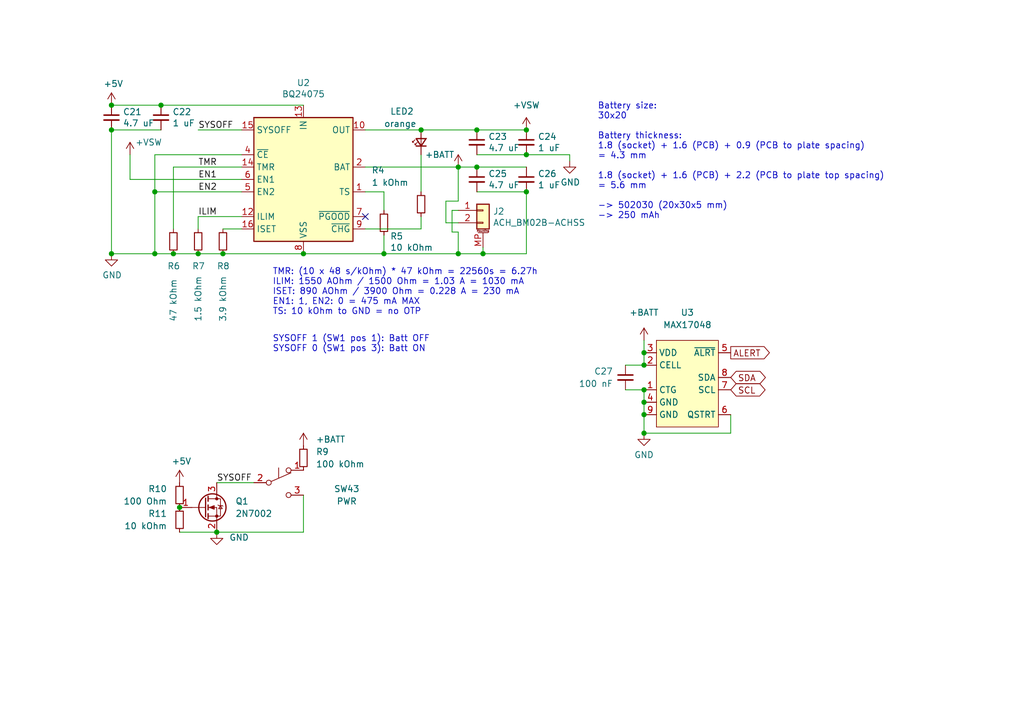
<source format=kicad_sch>
(kicad_sch (version 20230121) (generator eeschema)
  (paper "A5")
  (lib_symbols
    (symbol "Battery_Management:BQ24075RGT"
      (property "Reference" "U" (at -8.89 13.97 0))
      (property "Value" "BQ24075RGT" (at 16.51 13.97 0))
      (symbol "BQ24075RGT_0_1"
        (rectangle (start -10.16 12.7) (end 10.16 -12.7) (stroke (width 0.254)) (fill (type background)))
      )
      (symbol "BQ24075RGT_1_1"
        (pin passive line (at 12.7 -2.54 180) (length 2.54) (name "TS") (number "1"))
        (pin power_out line (at 12.7 10.16 180) (length 2.54) (name "OUT") (number "10"))
        (pin passive line (at 12.7 10.16 180) (length 2.54) hide (name "OUT") (number "11"))
        (pin passive line (at -12.7 -7.62 0) (length 2.54) (name "ILIM") (number "12"))
        (pin power_in line (at 0 15.24 270) (length 2.54) (name "IN") (number "13"))
        (pin input line (at -12.7 2.54 0) (length 2.54) (name "TMR") (number "14"))
        (pin input line (at -12.7 10.16 0) (length 2.54) (name "SYSOFF") (number "15"))
        (pin passive line (at -12.7 -10.16 0) (length 2.54) (name "ISET") (number "16"))
        (pin passive line (at 0 -15.24 90) (length 2.54) hide (name "VSS") (number "17"))
        (pin power_out line (at 12.7 2.54 180) (length 2.54) (name "BAT") (number "2"))
        (pin passive line (at 12.7 2.54 180) (length 2.54) hide (name "BAT") (number "3"))
        (pin input line (at -12.7 5.08 0) (length 2.54) (name "~{CE}") (number "4"))
        (pin input line (at -12.7 -2.54 0) (length 2.54) (name "EN2") (number "5"))
        (pin input line (at -12.7 0 0) (length 2.54) (name "EN1") (number "6"))
        (pin open_collector line (at 12.7 -7.62 180) (length 2.54) (name "~{PGOOD}") (number "7"))
        (pin power_in line (at 0 -15.24 90) (length 2.54) (name "VSS") (number "8"))
        (pin open_collector line (at 12.7 -10.16 180) (length 2.54) (name "~{CHG}") (number "9"))
      )
    )
    (symbol "Connector_Generic_MountingPin:Conn_01x02_MountingPin" (pin_names (offset 1.016) hide)
      (property "Reference" "J" (at 0 2.54 0))
      (property "Value" "Conn_01x02_MountingPin" (at 1.27 -5.08 0))
      (symbol "Conn_01x02_MountingPin_1_1"
        (rectangle (start -1.27 -2.413) (end 0 -2.667) (stroke (width 0.1524)))
        (rectangle (start -1.27 0.127) (end 0 -0.127) (stroke (width 0.1524)))
        (rectangle (start -1.27 1.27) (end 1.27 -3.81) (stroke (width 0.254)) (fill (type background)))
        (polyline (pts (xy -1.016 -4.572) (xy 1.016 -4.572)) (stroke (width 0.1524)))
        (text "Mounting" (at 0 -4.191 0) (effects (font (size 0.381 0.381))))
        (pin passive line (at -5.08 0 0) (length 3.81) (name "Pin_1") (number "1"))
        (pin passive line (at -5.08 -2.54 0) (length 3.81) (name "Pin_2") (number "2"))
        (pin passive line (at 0 -7.62 90) (length 3.048) (name "MountPin") (number "MP"))
      )
    )
    (symbol "Device:C_Small" (pin_numbers hide) (pin_names (offset 0.254) hide)
      (property "Reference" "C" (at 0.254 1.778 0))
      (property "Value" "C_Small" (at 0.254 -2.032 0))
      (symbol "C_Small_0_1"
        (polyline (pts (xy -1.524 -0.508) (xy 1.524 -0.508)) (stroke (width 0.3302)))
        (polyline (pts (xy -1.524 0.508) (xy 1.524 0.508)) (stroke (width 0.3048)))
      )
      (symbol "C_Small_1_1"
        (pin passive line (at 0 2.54 270) (length 2.032) (name "~") (number "1"))
        (pin passive line (at 0 -2.54 90) (length 2.032) (name "~") (number "2"))
      )
    )
    (symbol "Device:LED_Small" (pin_numbers hide) (pin_names (offset 0.254) hide)
      (property "Reference" "D" (at -1.27 3.175 0))
      (property "Value" "LED_Small" (at -4.445 -2.54 0))
      (symbol "LED_Small_0_1"
        (polyline (pts (xy -0.762 -1.016) (xy -0.762 1.016)) (stroke (width 0.254)))
        (polyline (pts (xy 1.016 0) (xy -0.762 0)))
        (polyline (pts (xy 0.762 -1.016) (xy -0.762 0) (xy 0.762 1.016) (xy 0.762 -1.016)) (stroke (width 0.254)))
        (polyline (pts (xy 0 0.762) (xy -0.508 1.27) (xy -0.254 1.27) (xy -0.508 1.27) (xy -0.508 1.016)))
        (polyline (pts (xy 0.508 1.27) (xy 0 1.778) (xy 0.254 1.778) (xy 0 1.778) (xy 0 1.524)))
      )
      (symbol "LED_Small_1_1"
        (pin passive line (at -2.54 0 0) (length 1.778) (name "K") (number "1"))
        (pin passive line (at 2.54 0 180) (length 1.778) (name "A") (number "2"))
      )
    )
    (symbol "Device:R_Small" (pin_numbers hide) (pin_names (offset 0.254) hide)
      (property "Reference" "R" (at 0.762 0.508 0))
      (property "Value" "R_Small" (at 0.762 -1.016 0))
      (symbol "R_Small_0_1"
        (rectangle (start -0.762 1.778) (end 0.762 -1.778) (stroke (width 0.2032)))
      )
      (symbol "R_Small_1_1"
        (pin passive line (at 0 2.54 270) (length 0.762) (name "~") (number "1"))
        (pin passive line (at 0 -2.54 90) (length 0.762) (name "~") (number "2"))
      )
    )
    (symbol "Switch:SW_Push_SPDT" (pin_names (offset 0) hide)
      (property "Reference" "SW" (at 0 4.318 0))
      (property "Value" "SW_Push_SPDT" (at 0 -5.08 0))
      (symbol "SW_Push_SPDT_0_0"
        (circle (center -2.032 0) (radius 0.508))
        (polyline (pts (xy 0 1.016) (xy 0 3.048)))
        (circle (center 2.032 -2.54) (radius 0.508))
      )
      (symbol "SW_Push_SPDT_0_1"
        (polyline (pts (xy -1.524 0.254) (xy 2.54 2.032)))
        (circle (center 2.032 2.54) (radius 0.508))
      )
      (symbol "SW_Push_SPDT_1_1"
        (pin passive line (at 5.08 2.54 180) (length 2.54) (name "A") (number "1"))
        (pin passive line (at -5.08 0 0) (length 2.54) (name "B") (number "2"))
        (pin passive line (at 5.08 -2.54 180) (length 2.54) (name "C") (number "3"))
      )
    )
    (symbol "Transistor_FET:2N7002" (pin_names hide)
      (property "Reference" "Q" (at 5.08 1.905 0))
      (property "Value" "2N7002" (at 5.08 0 0))
      (symbol "2N7002_0_1"
        (polyline (pts (xy 0.254 0) (xy -2.54 0)))
        (polyline (pts (xy 0.254 1.905) (xy 0.254 -1.905)) (stroke (width 0.254)))
        (polyline (pts (xy 0.762 -1.27) (xy 0.762 -2.286)) (stroke (width 0.254)))
        (polyline (pts (xy 0.762 0.508) (xy 0.762 -0.508)) (stroke (width 0.254)))
        (polyline (pts (xy 0.762 2.286) (xy 0.762 1.27)) (stroke (width 0.254)))
        (polyline (pts (xy 2.54 2.54) (xy 2.54 1.778)))
        (polyline (pts (xy 2.54 -2.54) (xy 2.54 0) (xy 0.762 0)))
        (polyline (pts (xy 0.762 -1.778) (xy 3.302 -1.778) (xy 3.302 1.778) (xy 0.762 1.778)))
        (polyline (pts (xy 1.016 0) (xy 2.032 0.381) (xy 2.032 -0.381) (xy 1.016 0)) (fill (type outline)))
        (polyline (pts (xy 2.794 0.508) (xy 2.921 0.381) (xy 3.683 0.381) (xy 3.81 0.254)))
        (polyline (pts (xy 3.302 0.381) (xy 2.921 -0.254) (xy 3.683 -0.254) (xy 3.302 0.381)))
        (circle (center 1.651 0) (radius 2.794) (stroke (width 0.254)))
        (circle (center 2.54 -1.778) (radius 0.254) (fill (type outline)))
        (circle (center 2.54 1.778) (radius 0.254) (fill (type outline)))
      )
      (symbol "2N7002_1_1"
        (pin input line (at -5.08 0 0) (length 2.54) (name "G") (number "1"))
        (pin passive line (at 2.54 -5.08 90) (length 2.54) (name "S") (number "2"))
        (pin passive line (at 2.54 5.08 270) (length 2.54) (name "D") (number "3"))
      )
    )
    (symbol "marbastlib-various:MAX17048"
      (property "Reference" "U" (at 0 10.16 0))
      (property "Value" "MAX17048" (at 0 -10.16 0))
      (symbol "MAX17048_0_0"
        (pin power_in line (at -8.89 -1.27 0) (length 2.54) (name "CTG") (number "1"))
        (pin power_in line (at -8.89 3.81 0) (length 2.54) (name "CELL") (number "2"))
        (pin power_in line (at -8.89 6.35 0) (length 2.54) (name "VDD") (number "3"))
        (pin power_in line (at -8.89 -3.81 0) (length 2.54) (name "GND") (number "4"))
        (pin open_collector line (at 8.89 6.35 180) (length 2.54) (name "~{ALRT}") (number "5"))
        (pin input line (at 8.89 -6.35 180) (length 2.54) (name "QSTRT") (number "6"))
        (pin bidirectional line (at 8.89 -1.27 180) (length 2.54) (name "SCL") (number "7"))
        (pin bidirectional line (at 8.89 1.27 180) (length 2.54) (name "SDA") (number "8"))
        (pin power_in line (at -8.89 -6.35 0) (length 2.54) (name "GND") (number "9"))
      )
      (symbol "MAX17048_0_1"
        (rectangle (start -6.35 8.89) (end 6.35 -8.89) (stroke (width 0.1524)) (fill (type background)))
      )
    )
    (symbol "power:+5V" (power) (pin_names (offset 0))
      (property "Value" "+5V" (at 0 3.556 0))
      (symbol "+5V_0_1"
        (polyline (pts (xy -0.762 1.27) (xy 0 2.54)))
        (polyline (pts (xy 0 0) (xy 0 2.54)))
        (polyline (pts (xy 0 2.54) (xy 0.762 1.27)))
      )
      (symbol "+5V_1_1"
        (pin power_in line (at 0 0 90) (length 0) hide (name "+5V") (number "1"))
      )
    )
    (symbol "power:+BATT" (power) (pin_names (offset 0))
      (property "Value" "+BATT" (at 0 3.556 0))
      (symbol "+BATT_0_1"
        (polyline (pts (xy -0.762 1.27) (xy 0 2.54)))
        (polyline (pts (xy 0 0) (xy 0 2.54)))
        (polyline (pts (xy 0 2.54) (xy 0.762 1.27)))
      )
      (symbol "+BATT_1_1"
        (pin power_in line (at 0 0 90) (length 0) hide (name "+BATT") (number "1"))
      )
    )
    (symbol "power:+VSW" (power) (pin_names (offset 0))
      (property "Value" "+VSW" (at 0 3.556 0))
      (symbol "+VSW_0_1"
        (polyline (pts (xy -0.762 1.27) (xy 0 2.54)))
        (polyline (pts (xy 0 0) (xy 0 2.54)))
        (polyline (pts (xy 0 2.54) (xy 0.762 1.27)))
      )
      (symbol "+VSW_1_1"
        (pin power_in line (at 0 0 90) (length 0) hide (name "+VSW") (number "1"))
      )
    )
    (symbol "power:GND" (power) (pin_names (offset 0))
      (property "Value" "GND" (at 0 -3.81 0))
      (symbol "GND_0_1"
        (polyline (pts (xy 0 0) (xy 0 -1.27) (xy 1.27 -1.27) (xy 0 -2.54) (xy -1.27 -1.27) (xy 0 -1.27)))
      )
      (symbol "GND_1_1"
        (pin power_in line (at 0 0 270) (length 0) hide (name "GND") (number "1"))
      )
    )
  )
  (junction (at 45.72 52.07) (diameter 0.9144))
  (junction (at 132.08 80.01))
  (junction (at 40.64 52.07) (diameter 0.9144))
  (junction (at 132.08 85.09))
  (junction (at 99.06 52.07))
  (junction (at 36.83 104.14))
  (junction (at 132.08 72.39))
  (junction (at 107.95 39.37) (diameter 0.9144))
  (junction (at 132.08 88.9))
  (junction (at 86.36 26.67))
  (junction (at 97.79 26.67) (diameter 0.9144))
  (junction (at 78.74 52.07) (diameter 0.9144))
  (junction (at 31.75 52.07) (diameter 0.9144))
  (junction (at 132.08 82.55))
  (junction (at 44.45 109.22))
  (junction (at 31.75 39.37) (diameter 0.9144))
  (junction (at 97.79 34.29) (diameter 0.9144))
  (junction (at 22.86 21.59) (diameter 0.9144))
  (junction (at 35.56 52.07) (diameter 0.9144))
  (junction (at 62.23 52.07) (diameter 0.9144))
  (junction (at 132.08 74.93))
  (junction (at 93.98 52.07))
  (junction (at 107.95 26.67))
  (junction (at 22.86 52.07) (diameter 0.9144))
  (junction (at 22.86 26.67) (diameter 0.9144))
  (junction (at 107.95 31.75) (diameter 0.9144))
  (junction (at 33.02 21.59) (diameter 0.9144))
  (junction (at 93.98 34.29) (diameter 0.9144))
  (no_connect (at 74.93 44.45))
  (wire (pts (xy 86.36 26.67) (xy 97.79 26.67)))
  (wire (pts (xy 93.98 34.29) (xy 97.79 34.29)))
  (wire (pts (xy 74.93 39.37) (xy 78.74 39.37)))
  (wire (pts (xy 62.23 52.07) (xy 78.74 52.07)))
  (wire (pts (xy 149.86 85.09) (xy 149.86 88.9)))
  (wire (pts (xy 91.44 41.275) (xy 93.98 41.275)))
  (wire (pts (xy 33.02 21.59) (xy 62.23 21.59)))
  (wire (pts (xy 78.74 48.26) (xy 78.74 52.07)))
  (wire (pts (xy 62.23 109.22) (xy 44.45 109.22)))
  (wire (pts (xy 22.86 52.07) (xy 31.75 52.07)))
  (wire (pts (xy 97.79 34.29) (xy 107.95 34.29)))
  (wire (pts (xy 78.74 52.07) (xy 93.98 52.07)))
  (wire (pts (xy 35.56 34.29) (xy 49.53 34.29)))
  (wire (pts (xy 128.27 80.01) (xy 132.08 80.01)))
  (wire (pts (xy 86.36 31.75) (xy 86.36 39.37)))
  (wire (pts (xy 132.08 85.09) (xy 132.08 88.9)))
  (wire (pts (xy 92.71 47.625) (xy 93.98 47.625)))
  (wire (pts (xy 40.64 44.45) (xy 49.53 44.45)))
  (wire (pts (xy 22.86 26.67) (xy 33.02 26.67)))
  (wire (pts (xy 92.71 43.18) (xy 92.71 47.625)))
  (wire (pts (xy 93.98 43.18) (xy 92.71 43.18)))
  (wire (pts (xy 31.75 31.75) (xy 31.75 39.37)))
  (wire (pts (xy 132.08 69.85) (xy 132.08 72.39)))
  (wire (pts (xy 74.93 34.29) (xy 93.98 34.29)))
  (wire (pts (xy 22.86 21.59) (xy 33.02 21.59)))
  (wire (pts (xy 31.75 52.07) (xy 35.56 52.07)))
  (wire (pts (xy 26.67 36.83) (xy 49.53 36.83)))
  (wire (pts (xy 91.44 45.72) (xy 91.44 41.275)))
  (wire (pts (xy 86.36 44.45) (xy 86.36 46.99)))
  (wire (pts (xy 93.98 52.07) (xy 99.06 52.07)))
  (wire (pts (xy 62.23 101.6) (xy 62.23 109.22)))
  (wire (pts (xy 45.72 46.99) (xy 49.53 46.99)))
  (wire (pts (xy 26.67 36.83) (xy 26.67 31.75)))
  (wire (pts (xy 31.75 39.37) (xy 31.75 52.07)))
  (wire (pts (xy 31.75 31.75) (xy 49.53 31.75)))
  (wire (pts (xy 99.06 52.07) (xy 107.95 52.07)))
  (wire (pts (xy 97.79 39.37) (xy 107.95 39.37)))
  (wire (pts (xy 116.84 31.75) (xy 107.95 31.75)))
  (wire (pts (xy 22.86 52.07) (xy 22.86 26.67)))
  (wire (pts (xy 40.64 44.45) (xy 40.64 46.99)))
  (wire (pts (xy 35.56 34.29) (xy 35.56 46.99)))
  (wire (pts (xy 116.84 33.02) (xy 116.84 31.75)))
  (wire (pts (xy 44.45 99.06) (xy 52.07 99.06)))
  (wire (pts (xy 31.75 39.37) (xy 49.53 39.37)))
  (wire (pts (xy 149.86 88.9) (xy 132.08 88.9)))
  (wire (pts (xy 99.06 50.8) (xy 99.06 52.07)))
  (wire (pts (xy 78.74 43.18) (xy 78.74 39.37)))
  (wire (pts (xy 128.27 74.93) (xy 132.08 74.93)))
  (wire (pts (xy 93.98 41.275) (xy 93.98 34.29)))
  (wire (pts (xy 74.93 46.99) (xy 86.36 46.99)))
  (wire (pts (xy 45.72 52.07) (xy 62.23 52.07)))
  (wire (pts (xy 93.98 47.625) (xy 93.98 52.07)))
  (wire (pts (xy 132.08 80.01) (xy 132.08 82.55)))
  (wire (pts (xy 36.83 109.22) (xy 44.45 109.22)))
  (wire (pts (xy 132.08 82.55) (xy 132.08 85.09)))
  (wire (pts (xy 35.56 52.07) (xy 40.64 52.07)))
  (wire (pts (xy 107.95 52.07) (xy 107.95 39.37)))
  (wire (pts (xy 93.98 45.72) (xy 91.44 45.72)))
  (wire (pts (xy 132.08 72.39) (xy 132.08 74.93)))
  (wire (pts (xy 40.64 26.67) (xy 49.53 26.67)))
  (wire (pts (xy 40.64 52.07) (xy 45.72 52.07)))
  (wire (pts (xy 74.93 26.67) (xy 86.36 26.67)))
  (wire (pts (xy 97.79 26.67) (xy 107.95 26.67)))
  (wire (pts (xy 97.79 31.75) (xy 107.95 31.75)))
  (text "SYSOFF 1 (SW1 pos 1): Batt OFF\nSYSOFF 0 (SW1 pos 3): Batt ON" (at 55.88 72.39 0) (effects (font (size 1.27 1.27)) (justify left bottom)))
  (text "Battery size:\n30x20\n\nBattery thickness:\n1.8 (socket) + 1.6 (PCB) + 0.9 (PCB to plate spacing)\n= 4.3 mm\n\n1.8 (socket) + 1.6 (PCB) + 2.2 (PCB to plate top spacing)\n= 5.6 mm\n\n-> 502030 (20x30x5 mm)\n-> 250 mAh" (at 122.555 45.085 0) (effects (font (size 1.27 1.27)) (justify left bottom)))
  (text "TMR: (10 x 48 s/kOhm) * 47 kOhm = 22560s = 6.27h\nILIM: 1550 AOhm / 1500 Ohm = 1.03 A = 1030 mA\nISET: 890 AOhm / 3900 Ohm = 0.228 A = 230 mA\nEN1: 1, EN2: 0 = 475 mA MAX\nTS: 10 kOhm to GND = no OTP" (at 55.88 64.77 0) (effects (font (size 1.27 1.27)) (justify left bottom)))
  (label "SYSOFF" (at 44.45 99.06 0))
  (label "TMR" (at 40.64 34.29 0))
  (label "EN2" (at 40.64 39.37 0))
  (label "EN1" (at 40.64 36.83 0))
  (label "ILIM" (at 40.64 44.45 0))
  (label "SYSOFF" (at 40.64 26.67 0))
  (global_label "SDA" (shape bidirectional) (at 149.86 77.47 0) (property "Intersheetrefs" "${INTERSHEET_REFS}" (effects hide)))
  (global_label "ALERT" (shape output) (at 149.86 72.39 0) (property "Intersheetrefs" "${INTERSHEET_REFS}" (effects hide)))
  (global_label "SCL" (shape bidirectional) (at 149.86 80.01 0) (property "Intersheetrefs" "${INTERSHEET_REFS}" (effects hide)))
  (symbol (lib_id "Transistor_FET:2N7002") (at 41.91 104.14 0) (unit 1)
    (property "Reference" "Q1" (at 48.26 102.8699 0) (effects (justify left)))
    (property "Value" "2N7002" (at 48.26 105.4099 0) (effects (justify left)))
    (property "Footprint" "Package_TO_SOT_SMD:SOT-23" (effects hide))
    (property "Datasheet" "https://www.onsemi.com/pub/Collateral/NDS7002A-D.PDF" (effects hide))
  )
  (symbol (lib_id "Device:C_Small") (at 33.02 24.13 0) (unit 1)
    (property "Reference" "C22" (at 35.3568 22.9616 0) (effects (justify left)))
    (property "Value" "1 uF" (at 35.3568 25.273 0) (effects (justify left)))
    (property "Footprint" "Capacitor_SMD:C_0402_1005Metric" (effects hide))
    (property "LCSC" "C52923" (effects hide))
    (property "Notes" "X7R, 10%" (effects hide))
    (instances (project "osprey_rev_a" (path "" (reference "C22") (unit 1))) (project "pandemonium BLE" (path "" (reference "C3") (unit 1))))
  )
  (symbol (lib_id "Device:R_Small") (at 86.36 41.91 0) (unit 1)
    (property "Reference" "R4" (at 76.2 34.925 0) (effects (justify left)))
    (property "Value" "1 kOhm" (at 76.2 37.465 0) (effects (justify left)))
    (property "Footprint" "Resistor_SMD:R_0402_1005Metric" (effects hide))
    (property "LCSC" "C25890" (effects hide))
  )
  (symbol (lib_id "power:GND") (at 116.84 33.02 0) (unit 1)
    (property "Reference" "#PWR021" (effects hide))
    (property "Value" "GND" (at 116.967 37.4142 0))
    (instances (project "osprey_rev_a" (path "" (reference "#PWR021") (unit 1))) (project "pandemonium BLE" (path "" (reference "#PWR014") (unit 1))))
  )
  (symbol (lib_id "power:+5V") (at 22.86 21.59 0) (unit 1)
    (property "Reference" "#PWR018" (effects hide))
    (property "Value" "+5V" (at 23.241 17.1958 0))
    (instances (project "osprey_rev_a" (path "" (reference "#PWR018") (unit 1))) (project "pandemonium BLE" (path "" (reference "#PWR011") (unit 1))))
  )
  (symbol (lib_id "power:GND") (at 22.86 52.07 0) (unit 1)
    (property "Reference" "#PWR023" (effects hide))
    (property "Value" "GND" (at 22.987 56.4642 0))
    (instances (project "osprey_rev_a" (path "" (reference "#PWR023") (unit 1))) (project "pandemonium BLE" (path "" (reference "#PWR016") (unit 1))))
  )
  (symbol (lib_id "Device:C_Small") (at 107.95 29.21 0) (unit 1)
    (property "Reference" "C24" (at 110.2868 28.0416 0) (effects (justify left)))
    (property "Value" "1 uF" (at 110.2868 30.353 0) (effects (justify left)))
    (property "Footprint" "Capacitor_SMD:C_0402_1005Metric" (effects hide))
    (property "LCSC" "C52923" (effects hide))
    (property "Notes" "X7R, 10%" (effects hide))
    (instances (project "osprey_rev_a" (path "" (reference "C24") (unit 1))) (project "pandemonium BLE" (path "" (reference "C5") (unit 1))))
  )
  (symbol (lib_id "power:+5V") (at 36.83 99.06 0) (unit 1)
    (property "Reference" "#PWR026" (effects hide))
    (property "Value" "+5V" (at 37.211 94.6658 0))
    (instances (project "osprey_rev_a" (path "" (reference "#PWR026") (unit 1))) (project "pandemonium BLE" (path "" (reference "#PWR019") (unit 1))))
  )
  (symbol (lib_id "power:+BATT") (at 132.08 69.85 0) (unit 1)
    (property "Reference" "#PWR025" (effects hide))
    (property "Value" "+BATT" (at 132.08 64.135 0))
    (instances (project "osprey_rev_a" (path "" (reference "#PWR025") (unit 1))) (project "pandemonium BLE" (path "" (reference "#PWR018") (unit 1))))
  )
  (symbol (lib_id "power:+VSW") (at 26.67 31.75 0) (unit 1)
    (property "Reference" "#PWR020" (effects hide))
    (property "Value" "+VSW" (at 30.48 29.21 0))
    (instances (project "osprey_rev_a" (path "" (reference "#PWR020") (unit 1))) (project "pandemonium BLE" (path "" (reference "#PWR013") (unit 1))))
  )
  (symbol (lib_id "Device:R_Small") (at 40.64 49.53 0) (unit 1)
    (property "Reference" "R7" (at 39.37 54.6099 0) (effects (justify left)))
    (property "Value" "1.5 kOhm" (at 40.64 66.0399 90) (effects (justify left)))
    (property "Footprint" "Resistor_SMD:R_0402_1005Metric" (effects hide))
    (property "LCSC" "C25867" (effects hide))
  )
  (symbol (lib_id "Switch:SW_Push_SPDT") (at 57.15 99.06 0) (unit 1)
    (property "Reference" "SW43" (at 71.12 100.33 0))
    (property "Value" "PWR" (at 71.12 102.87 0))
    (property "Footprint" "PCM_marbastlib-various:SW_MSK12C02-HB" (effects hide))
    (instances (project "osprey_rev_a" (path "" (reference "SW43") (unit 1))) (project "pandemonium BLE" (path "" (reference "SW3") (unit 1))))
  )
  (symbol (lib_id "Device:LED_Small") (at 86.36 29.21 90) (unit 1)
    (property "Reference" "LED2" (at 80.01 22.86 90) (effects (justify right)))
    (property "Value" "orange" (at 78.74 25.4 90) (effects (justify right)))
    (property "Footprint" "LED_SMD:LED_0402_1005Metric" (effects hide))
    (property "LCSC" "C72038" (effects hide))
    (instances (project "osprey_rev_a" (path "" (reference "LED2") (unit 1))) (project "pandemonium BLE" (path "" (reference "LED1") (unit 1))))
  )
  (symbol (lib_id "power:+BATT") (at 93.98 34.29 0) (unit 1)
    (property "Reference" "#PWR022" (effects hide))
    (property "Value" "+BATT" (at 90.17 31.75 0))
    (instances (project "osprey_rev_a" (path "" (reference "#PWR022") (unit 1))) (project "pandemonium BLE" (path "" (reference "#PWR015") (unit 1))))
  )
  (symbol (lib_id "Device:R_Small") (at 36.83 101.6 0) (unit 1)
    (property "Reference" "R10" (at 34.29 100.3299 0) (effects (justify right)))
    (property "Value" "100 Ohm" (at 34.29 102.8699 0) (effects (justify right)))
    (property "Footprint" "Resistor_SMD:R_0402_1005Metric" (effects hide))
    (property "LCSC" "C25744" (effects hide))
  )
  (symbol (lib_id "Device:R_Small") (at 35.56 49.53 0) (unit 1)
    (property "Reference" "R6" (at 34.29 54.61 0) (effects (justify left)))
    (property "Value" "47 kOhm" (at 35.56 66.04 90) (effects (justify left)))
    (property "Footprint" "Resistor_SMD:R_0402_1005Metric" (effects hide))
    (property "LCSC" "C25792" (effects hide))
  )
  (symbol (lib_id "Device:C_Small") (at 128.27 77.47 0) (unit 1)
    (property "Reference" "C27" (at 125.73 76.2062 0) (effects (justify right)))
    (property "Value" "100 nF" (at 125.73 78.7462 0) (effects (justify right)))
    (property "Footprint" "Capacitor_SMD:C_0402_1005Metric" (effects hide))
    (instances (project "osprey_rev_a" (path "" (reference "C27") (unit 1))) (project "pandemonium BLE" (path "" (reference "C8") (unit 1))))
  )
  (symbol (lib_id "power:+BATT") (at 62.23 91.44 0) (unit 1)
    (property "Reference" "#PWR024" (effects hide))
    (property "Value" "+BATT" (at 64.77 90.1699 0) (effects (justify left)))
    (instances (project "osprey_rev_a" (path "" (reference "#PWR024") (unit 1))) (project "pandemonium BLE" (path "" (reference "#PWR017") (unit 1))))
  )
  (symbol (lib_id "Device:R_Small") (at 62.23 93.98 180) (unit 1)
    (property "Reference" "R9" (at 64.77 92.7099 0) (effects (justify right)))
    (property "Value" "100 kOhm" (at 64.77 95.2499 0) (effects (justify right)))
    (property "Footprint" "Resistor_SMD:R_0402_1005Metric" (effects hide))
    (property "LCSC" "C25744" (effects hide))
  )
  (symbol (lib_id "Device:C_Small") (at 22.86 24.13 0) (unit 1)
    (property "Reference" "C21" (at 25.1968 22.9616 0) (effects (justify left)))
    (property "Value" "4.7 uF" (at 25.1968 25.273 0) (effects (justify left)))
    (property "Footprint" "Capacitor_SMD:C_0402_1005Metric" (effects hide))
    (property "LCSC" "C23733" (effects hide))
    (property "Notes" "X7R, 10%" (effects hide))
    (instances (project "osprey_rev_a" (path "" (reference "C21") (unit 1))) (project "pandemonium BLE" (path "" (reference "C2") (unit 1))))
  )
  (symbol (lib_id "power:GND") (at 132.08 88.9 0) (unit 1)
    (property "Reference" "#PWR028" (effects hide))
    (property "Value" "GND" (at 132.08 93.345 0))
    (instances (project "osprey_rev_a" (path "" (reference "#PWR028") (unit 1))) (project "pandemonium BLE" (path "" (reference "#PWR021") (unit 1))))
  )
  (symbol (lib_id "power:+VSW") (at 107.95 26.67 0) (unit 1)
    (property "Reference" "#PWR019" (effects hide))
    (property "Value" "+VSW" (at 107.95 21.59 0))
    (instances (project "osprey_rev_a" (path "" (reference "#PWR019") (unit 1))) (project "pandemonium BLE" (path "" (reference "#PWR012") (unit 1))))
  )
  (symbol (lib_id "Battery_Management:BQ24075RGT") (at 62.23 36.83 0) (unit 1)
    (property "Reference" "U2" (at 62.23 16.9926 0))
    (property "Value" "BQ24075" (at 62.23 19.304 0))
    (property "Footprint" "Package_DFN_QFN:VQFN-16-1EP_3x3mm_P0.5mm_EP1.6x1.6mm" (effects hide))
    (property "Datasheet" "http://www.ti.com/lit/ds/symlink/bq24075.pdf" (effects hide))
    (property "LCSC" "C15464" (effects hide))
  )
  (symbol (lib_id "Device:R_Small") (at 78.74 45.72 0) (unit 1)
    (property "Reference" "R5" (at 80.01 48.4886 0) (effects (justify left)))
    (property "Value" "10 kOhm" (at 80.01 50.8 0) (effects (justify left)))
    (property "Footprint" "Resistor_SMD:R_0402_1005Metric" (effects hide))
    (property "LCSC" "C25744" (effects hide))
  )
  (symbol (lib_id "marbastlib-various:MAX17048") (at 140.97 78.74 0) (unit 1)
    (property "Reference" "U3" (at 140.97 64.135 0))
    (property "Value" "MAX17048" (at 140.97 66.675 0))
    (property "Footprint" "Package_DFN_QFN:DFN-8-1EP_2x2mm_P0.5mm_EP0.7x1.3mm" (effects hide))
    (property "Datasheet" "https://datasheets.maximintegrated.com/en/ds/MAX17048-MAX17049.pdf" (effects hide))
  )
  (symbol (lib_id "Device:C_Small") (at 107.95 36.83 0) (unit 1)
    (property "Reference" "C26" (at 110.2868 35.6616 0) (effects (justify left)))
    (property "Value" "1 uF" (at 110.2868 37.973 0) (effects (justify left)))
    (property "Footprint" "Capacitor_SMD:C_0402_1005Metric" (effects hide))
    (property "LCSC" "C52923" (effects hide))
    (property "Notes" "X7R, 10%" (effects hide))
    (instances (project "osprey_rev_a" (path "" (reference "C26") (unit 1))) (project "pandemonium BLE" (path "" (reference "C7") (unit 1))))
  )
  (symbol (lib_id "Device:R_Small") (at 36.83 106.68 0) (unit 1)
    (property "Reference" "R11" (at 34.29 105.4099 0) (effects (justify right)))
    (property "Value" "10 kOhm" (at 34.29 107.9499 0) (effects (justify right)))
    (property "Footprint" "Resistor_SMD:R_0402_1005Metric" (effects hide))
    (property "LCSC" "C25744" (effects hide))
  )
  (symbol (lib_id "Device:R_Small") (at 45.72 49.53 0) (unit 1)
    (property "Reference" "R8" (at 44.45 54.61 0) (effects (justify left)))
    (property "Value" "3.9 kOhm" (at 45.72 66.04 90) (effects (justify left)))
    (property "Footprint" "Resistor_SMD:R_0402_1005Metric" (effects hide))
    (property "LCSC" "C25744" (effects hide))
  )
  (symbol (lib_id "power:GND") (at 44.45 109.22 0) (unit 1)
    (property "Reference" "#PWR027" (effects hide))
    (property "Value" "GND" (at 46.99 110.2994 0) (effects (justify left)))
    (instances (project "osprey_rev_a" (path "" (reference "#PWR027") (unit 1))) (project "pandemonium BLE" (path "" (reference "#PWR020") (unit 1))))
  )
  (symbol (lib_id "Connector_Generic_MountingPin:Conn_01x02_MountingPin") (at 99.06 43.18 0) (unit 1)
    (property "Reference" "J2" (at 101.092 43.3832 0) (effects (justify left)))
    (property "Value" "ACH_BM02B-ACHSS" (at 101.092 45.6946 0) (effects (justify left)))
    (property "Footprint" "PCM_marbastlib-various:CON_JST_ACH_BM02B" (effects hide))
    (instances (project "osprey_rev_a" (path "" (reference "J2") (unit 1))) (project "pandemonium BLE" (path "" (reference "J4") (unit 1))))
  )
  (symbol (lib_id "Device:C_Small") (at 97.79 29.21 0) (unit 1)
    (property "Reference" "C23" (at 100.1268 28.0416 0) (effects (justify left)))
    (property "Value" "4.7 uF" (at 100.1268 30.353 0) (effects (justify left)))
    (property "Footprint" "Capacitor_SMD:C_0402_1005Metric" (effects hide))
    (property "LCSC" "C23733" (effects hide))
    (property "Notes" "X7R, 10%" (effects hide))
    (instances (project "osprey_rev_a" (path "" (reference "C23") (unit 1))) (project "pandemonium BLE" (path "" (reference "C4") (unit 1))))
  )
  (symbol (lib_id "Device:C_Small") (at 97.79 36.83 0) (unit 1)
    (property "Reference" "C25" (at 100.1268 35.6616 0) (effects (justify left)))
    (property "Value" "4.7 uF" (at 100.1268 37.973 0) (effects (justify left)))
    (property "Footprint" "Capacitor_SMD:C_0402_1005Metric" (effects hide))
    (property "LCSC" "C23733" (effects hide))
    (property "Notes" "X7R, 10%" (effects hide))
    (instances (project "osprey_rev_a" (path "" (reference "C25") (unit 1))) (project "pandemonium BLE" (path "" (reference "C6") (unit 1))))
  )
)
</source>
